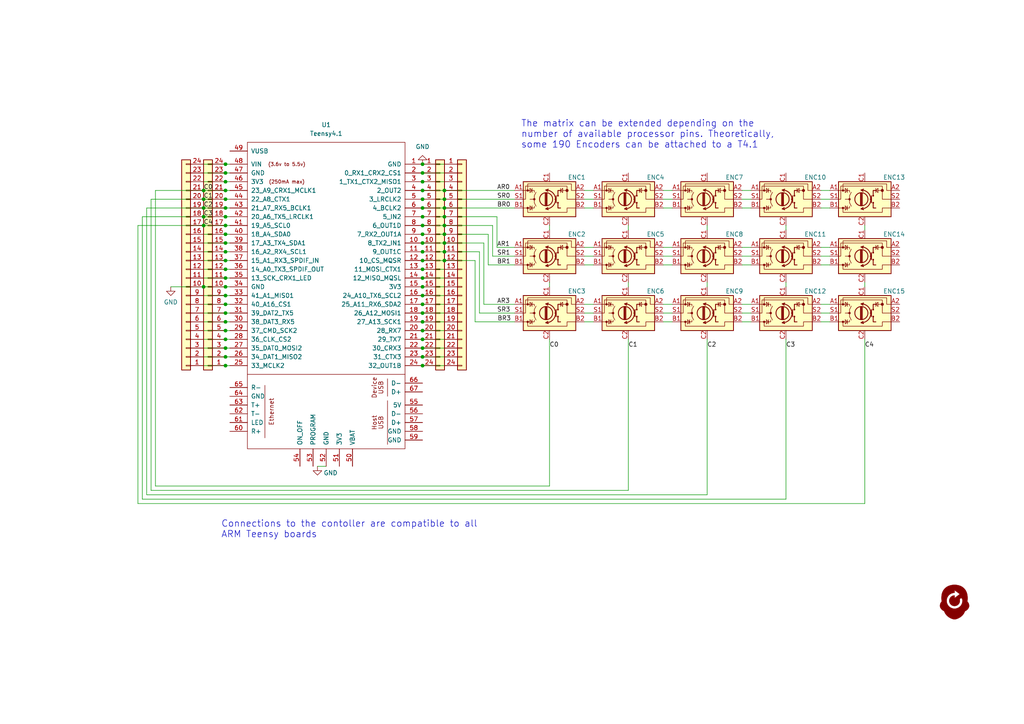
<source format=kicad_sch>
(kicad_sch (version 20211123) (generator eeschema)
  (paper "A4")
  (title_block (title "Encoder Matrix Proto Board") (date "2022-05-23") (rev "1") (company "lunOptics"))
  (lib_symbols
    (symbol "Connector_Generic:Conn_01x24" (pin_names (offset 1.016) hide)
      (property "Reference" "J" (at 0 30.48 0))
      (property "Value" "Conn_01x24" (at 0 -33.02 0))
      (symbol "Conn_01x24_1_1"
        (rectangle (start -1.27 -30.353) (end 0 -30.607) (stroke (width 0.1524)))
        (rectangle (start -1.27 -27.813) (end 0 -28.067) (stroke (width 0.1524)))
        (rectangle (start -1.27 -25.273) (end 0 -25.527) (stroke (width 0.1524)))
        (rectangle (start -1.27 -22.733) (end 0 -22.987) (stroke (width 0.1524)))
        (rectangle (start -1.27 -20.193) (end 0 -20.447) (stroke (width 0.1524)))
        (rectangle (start -1.27 -17.653) (end 0 -17.907) (stroke (width 0.1524)))
        (rectangle (start -1.27 -15.113) (end 0 -15.367) (stroke (width 0.1524)))
        (rectangle (start -1.27 -12.573) (end 0 -12.827) (stroke (width 0.1524)))
        (rectangle (start -1.27 -10.033) (end 0 -10.287) (stroke (width 0.1524)))
        (rectangle (start -1.27 -7.493) (end 0 -7.747) (stroke (width 0.1524)))
        (rectangle (start -1.27 -4.953) (end 0 -5.207) (stroke (width 0.1524)))
        (rectangle (start -1.27 -2.413) (end 0 -2.667) (stroke (width 0.1524)))
        (rectangle (start -1.27 0.127) (end 0 -0.127) (stroke (width 0.1524)))
        (rectangle (start -1.27 2.667) (end 0 2.413) (stroke (width 0.1524)))
        (rectangle (start -1.27 5.207) (end 0 4.953) (stroke (width 0.1524)))
        (rectangle (start -1.27 7.747) (end 0 7.493) (stroke (width 0.1524)))
        (rectangle (start -1.27 10.287) (end 0 10.033) (stroke (width 0.1524)))
        (rectangle (start -1.27 12.827) (end 0 12.573) (stroke (width 0.1524)))
        (rectangle (start -1.27 15.367) (end 0 15.113) (stroke (width 0.1524)))
        (rectangle (start -1.27 17.907) (end 0 17.653) (stroke (width 0.1524)))
        (rectangle (start -1.27 20.447) (end 0 20.193) (stroke (width 0.1524)))
        (rectangle (start -1.27 22.987) (end 0 22.733) (stroke (width 0.1524)))
        (rectangle (start -1.27 25.527) (end 0 25.273) (stroke (width 0.1524)))
        (rectangle (start -1.27 28.067) (end 0 27.813) (stroke (width 0.1524)))
        (rectangle (start -1.27 29.21) (end 1.27 -31.75) (stroke (width 0.254)) (fill (type background)))
        (pin passive line (at -5.08 27.94 0) (length 3.81) (name "Pin_1") (number "1"))
        (pin passive line (at -5.08 5.08 0) (length 3.81) (name "Pin_10") (number "10"))
        (pin passive line (at -5.08 2.54 0) (length 3.81) (name "Pin_11") (number "11"))
        (pin passive line (at -5.08 0 0) (length 3.81) (name "Pin_12") (number "12"))
        (pin passive line (at -5.08 -2.54 0) (length 3.81) (name "Pin_13") (number "13"))
        (pin passive line (at -5.08 -5.08 0) (length 3.81) (name "Pin_14") (number "14"))
        (pin passive line (at -5.08 -7.62 0) (length 3.81) (name "Pin_15") (number "15"))
        (pin passive line (at -5.08 -10.16 0) (length 3.81) (name "Pin_16") (number "16"))
        (pin passive line (at -5.08 -12.7 0) (length 3.81) (name "Pin_17") (number "17"))
        (pin passive line (at -5.08 -15.24 0) (length 3.81) (name "Pin_18") (number "18"))
        (pin passive line (at -5.08 -17.78 0) (length 3.81) (name "Pin_19") (number "19"))
        (pin passive line (at -5.08 25.4 0) (length 3.81) (name "Pin_2") (number "2"))
        (pin passive line (at -5.08 -20.32 0) (length 3.81) (name "Pin_20") (number "20"))
        (pin passive line (at -5.08 -22.86 0) (length 3.81) (name "Pin_21") (number "21"))
        (pin passive line (at -5.08 -25.4 0) (length 3.81) (name "Pin_22") (number "22"))
        (pin passive line (at -5.08 -27.94 0) (length 3.81) (name "Pin_23") (number "23"))
        (pin passive line (at -5.08 -30.48 0) (length 3.81) (name "Pin_24") (number "24"))
        (pin passive line (at -5.08 22.86 0) (length 3.81) (name "Pin_3") (number "3"))
        (pin passive line (at -5.08 20.32 0) (length 3.81) (name "Pin_4") (number "4"))
        (pin passive line (at -5.08 17.78 0) (length 3.81) (name "Pin_5") (number "5"))
        (pin passive line (at -5.08 15.24 0) (length 3.81) (name "Pin_6") (number "6"))
        (pin passive line (at -5.08 12.7 0) (length 3.81) (name "Pin_7") (number "7"))
        (pin passive line (at -5.08 10.16 0) (length 3.81) (name "Pin_8") (number "8"))
        (pin passive line (at -5.08 7.62 0) (length 3.81) (name "Pin_9") (number "9"))
      )
    )
    (symbol "logo:LOGO" (pin_names (offset 1.016))
      (symbol "LOGO_0_0"
        (polyline (pts (xy 0.1079 -4.992) (xy 0.3473 -4.9564) (xy 0.605 -4.8902) (xy 0.8792 -4.7938) (xy 1.1028 -4.6971) (xy 1.4196 -4.5307) (xy 1.7196 -4.3379) (xy 1.9984 -4.1222) (xy 2.252 -3.8868) (xy 2.4761 -3.6351) (xy 2.6665 -3.3704) (xy 2.7132 -3.2925) (xy 2.7723 -3.1842) (xy 2.8321 -3.0662) (xy 2.8874 -2.9493) (xy 2.933 -2.8442) (xy 2.9636 -2.7618) (xy 2.9964 -2.6577) (xy 3.1767 -2.57) (xy 3.242 -2.5366) (xy 3.4668 -2.3966) (xy 3.6703 -2.2293) (xy 3.8493 -2.0387) (xy 4.0002 -1.8288) (xy 4.1195 -1.6038) (xy 4.2039 -1.3677) (xy 4.2109 -1.3328) (xy 4.2193 -1.2568) (xy 4.2249 -1.1632) (xy 4.2265 -1.0648) (xy 4.2124 -0.8437) (xy 4.1629 -0.5958) (xy 4.0777 -0.3637) (xy 3.9567 -0.1469) (xy 3.7996 0.0552) (xy 3.7067 0.1585) (xy 3.7287 0.3186) (xy 3.7344 0.366) (xy 3.7439 0.4609) (xy 3.7539 0.5772) (xy 3.7635 0.7043) (xy 3.7719 0.8319) (xy 3.781 1.0637) (xy 3.7734 1.4699) (xy 3.7357 1.8647) (xy 3.6686 2.244) (xy 3.5727 2.6036) (xy 3.4485 2.9397) (xy 3.3004 3.2447) (xy 3.1142 3.5454) (xy 2.8996 3.8197) (xy 2.6574 4.067) (xy 2.3884 4.287) (xy 2.0932 4.4789) (xy 1.7725 4.6424) (xy 1.4271 4.7769) (xy 1.0577 4.8819) (xy 0.665 4.9568) (xy 0.5513 4.9699) (xy 0.3983 4.9808) (xy 0.225 4.9879) (xy 0.0411 4.9912) (xy -0.1436 4.9907) (xy -0.3195 4.9863) (xy -0.4767 4.9779) (xy -0.6057 4.9654) (xy -0.7987 4.9364) (xy -1.1844 4.8533) (xy -1.5474 4.7401) (xy -1.8868 4.5976) (xy -2.2016 4.4265) (xy -2.491 4.2275) (xy -2.7539 4.0015) (xy -2.9896 3.7491) (xy -3.1971 3.4711) (xy -3.3755 3.1683) (xy -3.5238 2.8414) (xy -3.6412 2.4912) (xy -3.6554 2.4388) (xy -3.7237 2.125) (xy -3.7709 1.7872) (xy -3.7967 1.4331) (xy -3.8005 1.0705) (xy -3.7822 0.7071) (xy -3.7413 0.3507) (xy -3.7412 0.3503) (xy -2.3023 0.3503) (xy -2.2872 0.6427) (xy -2.278 0.7134) (xy -2.2324 0.9447) (xy -2.162 1.1681) (xy -2.0624 1.3976) (xy -2.0421 1.4383) (xy -1.8907 1.6928) (xy -1.7103 1.9232) (xy -1.5034 2.1273) (xy -1.273 2.3029) (xy -1.0218 2.448) (xy -0.7525 2.5604) (xy -0.4678 2.6379) (xy -0.4219 2.6469) (xy -0.3315 2.6622) (xy -0.253 2.6728) (xy -0.1996 2.6768) (xy -0.1932 2.6768) (xy -0.1233 2.6807) (xy -0.0611 2.689) (xy 0 2.7012) (xy 0 3.4586) (xy 0.7571 2.8907) (xy 0.7688 2.8819) (xy 0.9189 2.7691) (xy 1.059 2.6634) (xy 1.186 2.5672) (xy 1.2969 2.4827) (xy 1.3885 2.4124) (xy 1.458 2.3585) (xy 1.5023 2.3234) (xy 1.5182 2.3093) (xy 1.5098 2.301) (xy 1.4739 2.2716) (xy 1.4131 2.2238) (xy 1.3312 2.1603) (xy 1.2318 2.0839) (xy 1.1187 1.9975) (xy 0.9954 1.9037) (xy 0.8657 1.8054) (xy 0.7332 1.7054) (xy 0.6017 1.6064) (xy 0.4749 1.5111) (xy 0.3563 1.4225) (xy 0.2497 1.3433) (xy 0.1588 1.2762) (xy 0.0872 1.224) (xy 0.0387 1.1895) (xy 0.0169 1.1756) (xy 0.0161 1.1756) (xy 0.011 1.197) (xy 0.0066 1.2508) (xy 0.0031 1.3313) (xy 0.0008 1.4327) (xy 0 1.5493) (xy 0 1.9295) (xy -0.0928 1.9214) (xy -0.2211 1.9054) (xy -0.4633 1.8482) (xy -0.6876 1.7584) (xy -0.8915 1.638) (xy -1.0726 1.4887) (xy -1.2283 1.3126) (xy -1.3562 1.1115) (xy -1.4538 0.8873) (xy -1.5122 0.6694) (xy -1.5382 0.4394) (xy -1.5294 0.2136) (xy -1.4879 -0.0051) (xy -1.4159 -0.2137) (xy -1.3155 -0.409) (xy -1.1889 -0.5882) (xy -1.0383 -0.7481) (xy -0.8658 -0.8857) (xy -0.6735 -0.998) (xy -0.4637 -1.082) (xy -0.2385 -1.1346) (xy 0 -1.1528) (xy 0.1284 -1.1474) (xy 0.3594 -1.1099) (xy 0.5774 -1.0392) (xy 0.7797 -0.9382) (xy 0.9639 -0.8099) (xy 1.1273 -0.6573) (xy 1.2672 -0.4834) (xy 1.3812 -0.2911) (xy 1.4667 -0.0834) (xy 1.521 0.1366) (xy 1.5415 0.3661) (xy 1.5257 0.602) (xy 1.5145 0.6984) (xy 1.5135 0.7765) (xy 1.5239 0.8397) (xy 1.5369 0.8764) (xy 1.5844 0.9585) (xy 1.6486 1.0322) (xy 1.7174 1.0826) (xy 1.76 1.1008) (xy 1.8708 1.1221) (xy 1.9811 1.1111) (xy 2.0828 1.0704) (xy 2.1679 1.0027) (xy 2.2284 0.9107) (xy 2.246 0.8636) (xy 2.2747 0.7431) (xy 2.2929 0.5974) (xy 2.3004 0.4349) (xy 2.297 0.2642) (xy 2.2825 0.0936) (xy 2.2565 -0.0684) (xy 2.221 -0.2171) (xy 2.1251 -0.4974) (xy 1.9967 -0.759) (xy 1.838 -0.9999) (xy 1.6512 -1.2177) (xy 1.4388 -1.4104) (xy 1.2029 -1.5758) (xy 0.9457 -1.7115) (xy 0.6696 -1.8156) (xy 0.3769 -1.8856) (xy 0.3651 -1.8876) (xy 0.226 -1.9036) (xy 0.066 -1.9112) (xy -0.1003 -1.9106) (xy -0.258 -1.9016) (xy -0.3923 -1.8844) (xy -0.4607 -1.871) (xy -0.7444 -1.7922) (xy -1.0108 -1.681) (xy -1.2577 -1.5399) (xy -1.4834 -1.3716) (xy -1.6858 -1.1786) (xy -1.863 -0.9636) (xy -2.013 -0.7293) (xy -2.1339 -0.4781) (xy -2.2237 -0.2127) (xy -2.2805 0.0643) (xy -2.3023 0.3503) (xy -3.7412 0.3503) (xy -3.7134 0.1641) (xy -3.8276 0.0411) (xy -3.8705 -0.0076) (xy -3.9976 -0.1894) (xy -4.0992 -0.3986) (xy -4.174 -0.6327) (xy -4.2211 -0.889) (xy -4.2322 -1.0838) (xy -4.2108 -1.3061) (xy -4.1516 -1.5208) (xy -4.0543 -1.7293) (xy -3.9184 -1.9329) (xy -3.8325 -2.0356) (xy -3.6999 -2.171) (xy -3.5531 -2.3002) (xy -3.4007 -2.4164) (xy -3.2512 -2.5126) (xy -3.113 -2.5821) (xy -3.0706 -2.6005) (xy -3.0343 -2.6221) (xy -3.0088 -2.6516) (xy -2.9862 -2.6984) (xy -2.9586 -2.7725) (xy -2.9553 -2.7817) (xy -2.8229 -3.089) (xy -2.655 -3.3823) (xy -2.4532 -3.6598) (xy -2.2189 -3.9199) (xy -1.9536 -4.1609) (xy -1.6591 -4.381) (xy -1.3366 -4.5784) (xy -1.3331 -4.5804) (xy -1.0815 -4.7068) (xy -0.8159 -4.8178) (xy -0.5492 -4.9084) (xy -0.2944 -4.9739) (xy -0.1115 -4.9969) (xy 0.1079 -4.992)) (stroke (width 0.01)) (fill (type outline)))
      )
    )
    (symbol "power:GND" (power) (pin_names (offset 0))
      (property "Value" "GND" (at 0 -3.81 0))
      (symbol "GND_0_1"
        (polyline (pts (xy 0 0) (xy 0 -1.27) (xy 1.27 -1.27) (xy 0 -2.54) (xy -1.27 -1.27) (xy 0 -1.27)))
      )
      (symbol "GND_1_1"
        (pin power_in line (at 0 0 270) (length 0) hide (name "GND") (number "1"))
      )
    )
    (symbol "rotaryencoder_switch_matrix2:RotaryEncoder_Switch_Matrix" (pin_names (offset 0.254) hide)
      (property "Reference" "ENC" (at -2.54 10.16 0))
      (symbol "RotaryEncoder_Switch_Matrix_0_1"
        (rectangle (start -10.16 7.62) (end 5.08 -2.54) (stroke (width 0.254)) (fill (type background)))
        (circle (center -8.8646 0) (radius 0.254) (fill (type outline)))
        (circle (center -8.8646 5.08) (radius 0.254) (fill (type outline)))
        (circle (center -6.9596 2.54) (radius 0.254) (fill (type outline)))
        (arc (start -3.5306 -0.254) (mid -0.7874 2.4765) (end -3.5306 5.207) (stroke (width 0.254)))
        (circle (center -3.5306 2.54) (radius 1.905) (stroke (width 0.254)))
        (circle (center -0.1016 1.524) (radius 0.127) (stroke (width 0.254)))
        (circle (center -0.1016 3.556) (radius 0.127) (stroke (width 0.254)))
        (polyline (pts (xy -10.1346 0) (xy -8.2296 0)))
        (polyline (pts (xy -10.1346 5.08) (xy -8.2296 5.08)))
        (polyline (pts (xy -3.7846 0.762) (xy -3.7846 4.318)) (stroke (width 0.254)))
        (polyline (pts (xy -3.5306 0.762) (xy -3.5306 4.318)) (stroke (width 0.254)))
        (polyline (pts (xy -3.2766 4.318) (xy -3.2766 0.762)) (stroke (width 0.254)))
        (polyline (pts (xy -0.6096 2.54) (xy -0.9906 2.54)) (stroke (width 0.254)))
        (polyline (pts (xy -0.6096 3.556) (xy -0.6096 1.524)) (stroke (width 0.254)))
        (polyline (pts (xy -8.2296 0) (xy -6.9596 0) (xy -6.9596 0.508)))
        (polyline (pts (xy -8.2296 5.08) (xy -6.9596 5.08) (xy -6.9596 4.572)))
        (polyline (pts (xy -2.8956 -0.508) (xy -3.6576 -0.254) (xy -3.0226 0.127)) (stroke (width 0.254)))
        (polyline (pts (xy -2.8956 5.461) (xy -3.6576 5.207) (xy -3.0226 4.826)) (stroke (width 0.254)))
        (polyline (pts (xy 0.6604 0) (xy -0.1016 0) (xy -0.1016 1.524)) (stroke (width 0.254)))
        (polyline (pts (xy 0.6604 5.08) (xy -0.1016 5.08) (xy -0.1016 3.556)) (stroke (width 0.254)))
        (polyline (pts (xy -8.2296 2.54) (xy -6.9596 2.54) (xy -6.9596 1.524) (xy -6.4516 0.508)))
        (polyline (pts (xy -7.4676 2.54) (xy -6.9596 2.54) (xy -6.9596 3.556) (xy -6.4516 4.572)))
        (polyline (pts (xy 0.6604 5.08) (xy 2.54 5.08) (xy 2.54 2.54) (xy 5.08 2.54)))
        (polyline (pts (xy -8.8646 0) (xy -8.8646 -1.27) (xy 2.54 -1.27) (xy 2.54 0) (xy 5.08 0)))
        (polyline (pts (xy -8.8646 5.08) (xy -8.8646 6.985) (xy 3.81 6.985) (xy 3.81 5.08) (xy 5.08 5.08)))
        (polyline (pts (xy 2.54 5.08) (xy 2.54 6.35) (xy -9.4996 6.35) (xy -9.4996 2.54) (xy -10.1346 2.54)))
        (polyline (pts (xy -7.5946 0.635) (xy -7.5946 -0.635) (xy -7.5946 0) (xy -8.2296 -0.635) (xy -7.5946 0) (xy -8.2296 0.635) (xy -8.2296 -0.635)))
        (polyline (pts (xy -7.5946 5.715) (xy -7.5946 4.445) (xy -7.5946 5.08) (xy -8.2296 4.445) (xy -7.5946 5.08) (xy -8.2296 5.715) (xy -8.2296 4.445)))
        (polyline (pts (xy 0.6604 4.445) (xy 0.6604 5.715) (xy 0.6604 5.08) (xy 1.2954 5.715) (xy 0.6604 5.08) (xy 1.2954 4.445) (xy 1.2954 5.715)))
        (circle (center 2.54 5.08) (radius 0.3556) (fill (type outline)))
      )
      (symbol "RotaryEncoder_Switch_Matrix_1_1"
        (pin passive line (at -12.7 5.08 0) (length 2.54) (name "A1") (number "A1"))
        (pin passive line (at 7.62 5.08 180) (length 2.54) (name "A2") (number "A2"))
        (pin passive line (at -12.7 0 0) (length 2.54) (name "B1") (number "B1"))
        (pin passive line (at 7.62 0 180) (length 2.54) (name "B2") (number "B2"))
        (pin passive line (at -2.54 10.16 270) (length 2.54) (name "C1") (number "C1"))
        (pin passive line (at -2.54 -5.08 90) (length 2.54) (name "C2") (number "C2"))
        (pin passive line (at -12.7 2.54 0) (length 2.54) (name "S1") (number "S1"))
        (pin passive line (at 7.62 2.54 180) (length 2.54) (name "S2") (number "S2"))
      )
    )
    (symbol "teensy:Teensy4.1" (pin_names (offset 1.016))
      (property "Reference" "U" (at 0 64.77 0))
      (property "Value" "Teensy4.1" (at 0 62.23 0))
      (symbol "Teensy4.1_0_0"
        (polyline (pts (xy -22.86 -6.35) (xy 22.86 -6.35)))
        (polyline (pts (xy -17.78 -26.67) (xy -17.78 -13.97)))
        (polyline (pts (xy -17.78 -7.62) (xy -17.78 -12.7)))
        (polyline (pts (xy 17.78 -9.525) (xy 17.78 -24.765)))
        (text "(250mA max)" (at 11.43 49.53 0) (effects (font (size 1.016 1.016))))
        (text "(3.6v to 5.5v)" (at 11.43 54.61 0) (effects (font (size 1.016 1.016))))
        (text "Device" (at -13.97 -10.16 900) (effects (font (size 1.27 1.27))))
        (text "Ethernet" (at 15.875 -17.145 900) (effects (font (size 1.27 1.27))))
        (text "Host" (at -13.97 -20.32 900) (effects (font (size 1.27 1.27))))
        (text "USB" (at -15.875 -20.32 900) (effects (font (size 1.27 1.27))))
        (text "USB" (at -15.875 -10.16 900) (effects (font (size 1.27 1.27))))
        (pin bidirectional line (at -27.94 31.75 0) (length 5.08) (name "8_TX2_IN1") (number "10"))
        (pin bidirectional line (at -27.94 29.21 0) (length 5.08) (name "9_OUT1C") (number "11"))
        (pin bidirectional line (at -27.94 26.67 0) (length 5.08) (name "10_CS_MQSR") (number "12"))
        (pin bidirectional line (at -27.94 24.13 0) (length 5.08) (name "11_MOSI_CTX1") (number "13"))
        (pin bidirectional line (at -27.94 21.59 0) (length 5.08) (name "12_MISO_MQSL") (number "14"))
        (pin power_in line (at -27.94 19.05 0) (length 5.08) (name "3V3") (number "15"))
        (pin bidirectional line (at -27.94 16.51 0) (length 5.08) (name "24_A10_TX6_SCL2") (number "16"))
        (pin bidirectional line (at -27.94 13.97 0) (length 5.08) (name "25_A11_RX6_SDA2") (number "17"))
        (pin bidirectional line (at -27.94 11.43 0) (length 5.08) (name "26_A12_MOSI1") (number "18"))
        (pin bidirectional line (at -27.94 8.89 0) (length 5.08) (name "27_A13_SCK1") (number "19"))
        (pin bidirectional line (at -27.94 6.35 0) (length 5.08) (name "28_RX7") (number "20"))
        (pin bidirectional line (at -27.94 3.81 0) (length 5.08) (name "29_TX7") (number "21"))
        (pin bidirectional line (at -27.94 1.27 0) (length 5.08) (name "30_CRX3") (number "22"))
        (pin bidirectional line (at -27.94 -1.27 0) (length 5.08) (name "31_CTX3") (number "23"))
        (pin bidirectional line (at -27.94 -3.81 0) (length 5.08) (name "32_OUT1B") (number "24"))
        (pin bidirectional line (at 27.94 -3.81 180) (length 5.08) (name "33_MCLK2") (number "25"))
        (pin bidirectional line (at 27.94 -1.27 180) (length 5.08) (name "34_DAT1_MISO2") (number "26"))
        (pin bidirectional line (at 27.94 1.27 180) (length 5.08) (name "35_DAT0_MOSI2") (number "27"))
        (pin bidirectional line (at 27.94 3.81 180) (length 5.08) (name "36_CLK_CS2") (number "28"))
        (pin bidirectional line (at 27.94 6.35 180) (length 5.08) (name "37_CMD_SCK2") (number "29"))
        (pin bidirectional line (at 27.94 8.89 180) (length 5.08) (name "38_DAT3_RX5") (number "30"))
        (pin bidirectional line (at 27.94 11.43 180) (length 5.08) (name "39_DAT2_TX5") (number "31"))
        (pin bidirectional line (at 27.94 13.97 180) (length 5.08) (name "40_A16_CS1") (number "32"))
        (pin bidirectional line (at 27.94 16.51 180) (length 5.08) (name "41_A1_MIS01") (number "33"))
        (pin bidirectional line (at 27.94 21.59 180) (length 5.08) (name "13_SCK_CRX1_LED") (number "35"))
        (pin bidirectional line (at 27.94 24.13 180) (length 5.08) (name "14_A0_TX3_SPDIF_OUT") (number "36"))
        (pin bidirectional line (at 27.94 26.67 180) (length 5.08) (name "15_A1_RX3_SPDIF_IN") (number "37"))
        (pin bidirectional line (at 27.94 29.21 180) (length 5.08) (name "16_A2_RX4_SCL1") (number "38"))
        (pin bidirectional line (at 27.94 31.75 180) (length 5.08) (name "17_A3_TX4_SDA1") (number "39"))
        (pin bidirectional line (at 27.94 34.29 180) (length 5.08) (name "18_A4_SDA0") (number "40"))
        (pin bidirectional line (at 27.94 36.83 180) (length 5.08) (name "19_A5_SCL0") (number "41"))
        (pin bidirectional line (at 27.94 39.37 180) (length 5.08) (name "20_A6_TX5_LRCLK1") (number "42"))
        (pin bidirectional line (at 27.94 41.91 180) (length 5.08) (name "21_A7_RX5_BCLK1") (number "43"))
        (pin bidirectional line (at 27.94 44.45 180) (length 5.08) (name "22_A8_CTX1") (number "44"))
        (pin bidirectional line (at 27.94 46.99 180) (length 5.08) (name "23_A9_CRX1_MCLK1") (number "45"))
        (pin power_in line (at 27.94 49.53 180) (length 5.08) (name "3V3") (number "46"))
        (pin power_in line (at 27.94 52.07 180) (length 5.08) (name "GND") (number "47"))
        (pin power_in line (at 27.94 54.61 180) (length 5.08) (name "VIN") (number "48"))
        (pin power_out line (at 27.94 58.42 180) (length 5.08) (name "VUSB") (number "49"))
        (pin bidirectional line (at -27.94 44.45 0) (length 5.08) (name "3_LRCLK2") (number "5"))
        (pin power_in line (at -7.62 -33.02 90) (length 5.08) (name "VBAT") (number "50"))
        (pin power_in line (at -3.81 -33.02 90) (length 5.08) (name "3V3") (number "51"))
        (pin power_out line (at 0 -33.02 90) (length 5.08) (name "GND") (number "52"))
        (pin input line (at 3.81 -33.02 90) (length 5.08) (name "PROGRAM") (number "53"))
        (pin input line (at 7.62 -33.02 90) (length 5.08) (name "ON_OFF") (number "54"))
        (pin power_out line (at -27.94 -15.24 0) (length 5.08) (name "5V") (number "55"))
        (pin bidirectional line (at -27.94 -17.78 0) (length 5.08) (name "D-") (number "56"))
        (pin bidirectional line (at -27.94 -20.32 0) (length 5.08) (name "D+") (number "57"))
        (pin power_in line (at -27.94 -22.86 0) (length 5.08) (name "GND") (number "58"))
        (pin power_in line (at -27.94 -25.4 0) (length 5.08) (name "GND") (number "59"))
        (pin bidirectional line (at -27.94 41.91 0) (length 5.08) (name "4_BCLK2") (number "6"))
        (pin bidirectional line (at 27.94 -22.86 180) (length 5.08) (name "R+") (number "60"))
        (pin bidirectional line (at 27.94 -20.32 180) (length 5.08) (name "LED") (number "61"))
        (pin bidirectional line (at 27.94 -17.78 180) (length 5.08) (name "T-") (number "62"))
        (pin bidirectional line (at 27.94 -15.24 180) (length 5.08) (name "T+") (number "63"))
        (pin power_in line (at 27.94 -12.7 180) (length 5.08) (name "GND") (number "64"))
        (pin bidirectional line (at 27.94 -10.16 180) (length 5.08) (name "R-") (number "65"))
        (pin bidirectional line (at -27.94 -8.89 0) (length 5.08) (name "D-") (number "66"))
        (pin bidirectional line (at -27.94 -11.43 0) (length 5.08) (name "D+") (number "67"))
        (pin bidirectional line (at -27.94 39.37 0) (length 5.08) (name "5_IN2") (number "7"))
        (pin bidirectional line (at -27.94 36.83 0) (length 5.08) (name "6_OUT1D") (number "8"))
        (pin bidirectional line (at -27.94 34.29 0) (length 5.08) (name "7_RX2_OUT1A") (number "9"))
      )
      (symbol "Teensy4.1_0_1"
        (rectangle (start -22.86 60.96) (end 22.86 -27.94))
        (rectangle (start -20.32 -1.27) (end -20.32 -1.27))
      )
      (symbol "Teensy4.1_1_1"
        (pin power_in line (at -27.94 54.61 0) (length 5.08) (name "GND") (number "1"))
        (pin bidirectional line (at -27.94 52.07 0) (length 5.08) (name "0_RX1_CRX2_CS1") (number "2"))
        (pin bidirectional line (at -27.94 49.53 0) (length 5.08) (name "1_TX1_CTX2_MISO1") (number "3"))
        (pin power_in line (at 27.94 19.05 180) (length 5.08) (name "GND") (number "34"))
        (pin bidirectional line (at -27.94 46.99 0) (length 5.08) (name "2_OUT2") (number "4"))
      )
    )
  )
  (junction (at 65.405 62.865))
  (junction (at 59.055 62.865))
  (junction (at 65.405 80.645))
  (junction (at 122.555 73.025))
  (junction (at 65.405 73.025))
  (junction (at 65.405 65.405))
  (junction (at 65.405 75.565))
  (junction (at 122.555 60.325))
  (junction (at 65.405 83.185))
  (junction (at 122.555 95.885))
  (junction (at 122.555 70.485))
  (junction (at 65.405 98.425))
  (junction (at 65.405 67.945))
  (junction (at 65.405 78.105))
  (junction (at 128.905 55.245))
  (junction (at 128.905 73.025))
  (junction (at 65.405 52.705))
  (junction (at 128.905 62.865))
  (junction (at 59.055 65.405))
  (junction (at 122.555 106.045))
  (junction (at 65.405 95.885))
  (junction (at 122.555 62.865))
  (junction (at 59.055 83.185))
  (junction (at 65.405 103.505))
  (junction (at 122.555 98.425))
  (junction (at 122.555 103.505))
  (junction (at 122.555 80.645))
  (junction (at 65.405 55.245))
  (junction (at 128.905 65.405))
  (junction (at 122.555 52.705))
  (junction (at 59.055 57.785))
  (junction (at 128.905 75.565))
  (junction (at 128.905 67.945))
  (junction (at 122.555 65.405))
  (junction (at 59.055 55.245))
  (junction (at 128.905 70.485))
  (junction (at 59.055 60.325))
  (junction (at 65.405 88.265))
  (junction (at 122.555 78.105))
  (junction (at 65.405 85.725))
  (junction (at 122.555 57.785))
  (junction (at 122.555 67.945))
  (junction (at 122.555 50.165))
  (junction (at 65.405 90.805))
  (junction (at 65.405 93.345))
  (junction (at 122.555 90.805))
  (junction (at 65.405 47.625))
  (junction (at 65.405 57.785))
  (junction (at 122.555 83.185))
  (junction (at 65.405 70.485))
  (junction (at 122.555 93.345))
  (junction (at 128.905 57.785))
  (junction (at 122.555 85.725))
  (junction (at 65.405 106.045))
  (junction (at 122.555 47.625))
  (junction (at 128.905 60.325))
  (junction (at 65.405 50.165))
  (junction (at 122.555 100.965))
  (junction (at 122.555 88.265))
  (junction (at 65.405 100.965))
  (junction (at 65.405 60.325))
  (junction (at 122.555 55.245))
  (junction (at 122.555 75.565))
  (wire (pts (xy 42.545 143.51) (xy 205.105 143.51)))
  (wire (pts (xy 172.085 88.265) (xy 169.545 88.265)))
  (wire (pts (xy 43.815 142.24) (xy 182.245 142.24)))
  (wire (pts (xy 240.665 76.835) (xy 238.125 76.835)))
  (wire (pts (xy 59.055 70.485) (xy 65.405 70.485)))
  (wire (pts (xy 215.265 74.295) (xy 217.805 74.295)))
  (wire (pts (xy 128.905 65.405) (xy 142.875 65.405)))
  (wire (pts (xy 217.805 60.325) (xy 215.265 60.325)))
  (wire (pts (xy 240.665 55.245) (xy 238.125 55.245)))
  (wire (pts (xy 59.055 95.885) (xy 65.405 95.885)))
  (wire (pts (xy 41.275 144.78) (xy 227.965 144.78)))
  (wire (pts (xy 137.795 93.345) (xy 137.795 75.565)))
  (wire (pts (xy 159.385 83.185) (xy 159.385 81.915)))
  (wire (pts (xy 65.405 62.865) (xy 66.675 62.865)))
  (wire (pts (xy 59.055 47.625) (xy 65.405 47.625)))
  (wire (pts (xy 65.405 98.425) (xy 66.675 98.425)))
  (wire (pts (xy 227.965 66.675) (xy 227.965 65.405)))
  (wire (pts (xy 59.055 98.425) (xy 65.405 98.425)))
  (wire (pts (xy 128.905 47.625) (xy 122.555 47.625)))
  (wire (pts (xy 128.905 70.485) (xy 140.335 70.485)))
  (wire (pts (xy 172.085 71.755) (xy 169.545 71.755)))
  (wire (pts (xy 59.055 78.105) (xy 65.405 78.105)))
  (wire (pts (xy 128.905 98.425) (xy 122.555 98.425)))
  (wire (pts (xy 59.055 60.325) (xy 65.405 60.325)))
  (wire (pts (xy 65.405 52.705) (xy 66.675 52.705)))
  (wire (pts (xy 59.055 57.785) (xy 65.405 57.785)))
  (wire (pts (xy 65.405 78.105) (xy 66.675 78.105)))
  (wire (pts (xy 240.665 90.805) (xy 238.125 90.805)))
  (wire (pts (xy 217.805 55.245) (xy 215.265 55.245)))
  (wire (pts (xy 139.065 90.805) (xy 149.225 90.805)))
  (wire (pts (xy 65.405 85.725) (xy 66.675 85.725)))
  (wire (pts (xy 59.055 67.945) (xy 65.405 67.945)))
  (wire (pts (xy 65.405 57.785) (xy 66.675 57.785)))
  (wire (pts (xy 159.385 140.97) (xy 159.385 98.425)))
  (wire (pts (xy 205.105 66.675) (xy 205.105 65.405)))
  (wire (pts (xy 128.905 88.265) (xy 122.555 88.265)))
  (wire (pts (xy 65.405 75.565) (xy 66.675 75.565)))
  (wire (pts (xy 250.825 66.675) (xy 250.825 65.405)))
  (wire (pts (xy 128.905 62.865) (xy 144.145 62.865)))
  (wire (pts (xy 215.265 76.835) (xy 217.805 76.835)))
  (wire (pts (xy 65.405 47.625) (xy 66.675 47.625)))
  (wire (pts (xy 65.405 83.185) (xy 66.675 83.185)))
  (wire (pts (xy 59.055 52.705) (xy 65.405 52.705)))
  (wire (pts (xy 172.085 93.345) (xy 169.545 93.345)))
  (wire (pts (xy 59.055 88.265) (xy 65.405 88.265)))
  (wire (pts (xy 65.405 93.345) (xy 66.675 93.345)))
  (wire (pts (xy 128.905 93.345) (xy 122.555 93.345)))
  (wire (pts (xy 205.105 143.51) (xy 205.105 98.425)))
  (wire (pts (xy 144.145 62.865) (xy 144.145 71.755)))
  (wire (pts (xy 194.945 71.755) (xy 192.405 71.755)))
  (wire (pts (xy 65.405 95.885) (xy 66.675 95.885)))
  (wire (pts (xy 182.245 83.185) (xy 182.245 81.915)))
  (wire (pts (xy 59.055 83.185) (xy 49.53 83.185)))
  (wire (pts (xy 40.005 146.05) (xy 250.825 146.05)))
  (wire (pts (xy 240.665 60.325) (xy 238.125 60.325)))
  (wire (pts (xy 128.905 70.485) (xy 122.555 70.485)))
  (wire (pts (xy 128.905 85.725) (xy 122.555 85.725)))
  (wire (pts (xy 59.055 93.345) (xy 65.405 93.345)))
  (wire (pts (xy 65.405 70.485) (xy 66.675 70.485)))
  (wire (pts (xy 128.905 90.805) (xy 122.555 90.805)))
  (wire (pts (xy 122.555 60.325) (xy 128.905 60.325)))
  (wire (pts (xy 59.055 85.725) (xy 65.405 85.725)))
  (wire (pts (xy 217.805 90.805) (xy 215.265 90.805)))
  (wire (pts (xy 59.055 62.865) (xy 65.405 62.865)))
  (wire (pts (xy 250.825 83.185) (xy 250.825 81.915)))
  (wire (pts (xy 65.405 50.165) (xy 66.675 50.165)))
  (wire (pts (xy 59.055 75.565) (xy 65.405 75.565)))
  (wire (pts (xy 217.805 57.785) (xy 215.265 57.785)))
  (wire (pts (xy 194.945 74.295) (xy 192.405 74.295)))
  (wire (pts (xy 43.815 57.785) (xy 43.815 142.24)))
  (wire (pts (xy 128.905 67.945) (xy 122.555 67.945)))
  (wire (pts (xy 240.665 74.295) (xy 238.125 74.295)))
  (wire (pts (xy 94.615 135.255) (xy 92.075 135.255)))
  (wire (pts (xy 172.085 90.805) (xy 169.545 90.805)))
  (wire (pts (xy 250.825 98.425) (xy 250.825 146.05)))
  (wire (pts (xy 217.805 88.265) (xy 215.265 88.265)))
  (wire (pts (xy 159.385 66.675) (xy 159.385 65.405)))
  (wire (pts (xy 45.085 55.245) (xy 59.055 55.245)))
  (wire (pts (xy 128.905 103.505) (xy 122.555 103.505)))
  (wire (pts (xy 194.945 88.265) (xy 192.405 88.265)))
  (wire (pts (xy 240.665 71.755) (xy 238.125 71.755)))
  (wire (pts (xy 128.905 50.165) (xy 122.555 50.165)))
  (wire (pts (xy 65.405 73.025) (xy 66.675 73.025)))
  (wire (pts (xy 45.085 55.245) (xy 45.085 140.97)))
  (wire (pts (xy 194.945 90.805) (xy 192.405 90.805)))
  (wire (pts (xy 42.545 60.325) (xy 59.055 60.325)))
  (wire (pts (xy 128.905 73.025) (xy 139.065 73.025)))
  (wire (pts (xy 59.055 65.405) (xy 65.405 65.405)))
  (wire (pts (xy 59.055 50.165) (xy 65.405 50.165)))
  (wire (pts (xy 45.085 140.97) (xy 159.385 140.97)))
  (wire (pts (xy 65.405 100.965) (xy 66.675 100.965)))
  (wire (pts (xy 59.055 73.025) (xy 65.405 73.025)))
  (wire (pts (xy 182.245 66.675) (xy 182.245 65.405)))
  (wire (pts (xy 194.945 93.345) (xy 192.405 93.345)))
  (wire (pts (xy 128.905 106.045) (xy 122.555 106.045)))
  (wire (pts (xy 227.965 83.185) (xy 227.965 81.915)))
  (wire (pts (xy 59.055 106.045) (xy 65.405 106.045)))
  (wire (pts (xy 65.405 55.245) (xy 66.675 55.245)))
  (wire (pts (xy 144.145 71.755) (xy 149.225 71.755)))
  (wire (pts (xy 128.905 52.705) (xy 122.555 52.705)))
  (wire (pts (xy 128.905 73.025) (xy 122.555 73.025)))
  (wire (pts (xy 142.875 74.295) (xy 149.225 74.295)))
  (wire (pts (xy 128.905 95.885) (xy 122.555 95.885)))
  (wire (pts (xy 40.005 65.405) (xy 59.055 65.405)))
  (wire (pts (xy 41.275 62.865) (xy 41.275 144.78)))
  (wire (pts (xy 215.265 71.755) (xy 217.805 71.755)))
  (wire (pts (xy 128.905 83.185) (xy 122.555 83.185)))
  (wire (pts (xy 65.405 88.265) (xy 66.675 88.265)))
  (wire (pts (xy 128.905 62.865) (xy 122.555 62.865)))
  (wire (pts (xy 128.905 67.945) (xy 141.605 67.945)))
  (wire (pts (xy 240.665 88.265) (xy 238.125 88.265)))
  (wire (pts (xy 65.405 67.945) (xy 66.675 67.945)))
  (wire (pts (xy 65.405 65.405) (xy 66.675 65.405)))
  (wire (pts (xy 59.055 90.805) (xy 65.405 90.805)))
  (wire (pts (xy 59.055 103.505) (xy 65.405 103.505)))
  (wire (pts (xy 128.905 55.245) (xy 122.555 55.245)))
  (wire (pts (xy 128.905 100.965) (xy 122.555 100.965)))
  (wire (pts (xy 137.795 93.345) (xy 149.225 93.345)))
  (wire (pts (xy 128.905 78.105) (xy 122.555 78.105)))
  (wire (pts (xy 65.405 103.505) (xy 66.675 103.505)))
  (wire (pts (xy 142.875 74.295) (xy 142.875 65.405)))
  (wire (pts (xy 65.405 90.805) (xy 66.675 90.805)))
  (wire (pts (xy 128.905 75.565) (xy 122.555 75.565)))
  (wire (pts (xy 59.055 80.645) (xy 65.405 80.645)))
  (wire (pts (xy 141.605 76.835) (xy 149.225 76.835)))
  (wire (pts (xy 59.055 55.245) (xy 65.405 55.245)))
  (wire (pts (xy 41.275 62.865) (xy 59.055 62.865)))
  (wire (pts (xy 172.085 55.245) (xy 169.545 55.245)))
  (wire (pts (xy 227.965 98.425) (xy 227.965 144.78)))
  (wire (pts (xy 172.085 57.785) (xy 169.545 57.785)))
  (wire (pts (xy 194.945 76.835) (xy 192.405 76.835)))
  (wire (pts (xy 65.405 83.185) (xy 59.055 83.185)))
  (wire (pts (xy 140.335 70.485) (xy 140.335 88.265)))
  (wire (pts (xy 141.605 76.835) (xy 141.605 67.945)))
  (wire (pts (xy 240.665 93.345) (xy 238.125 93.345)))
  (wire (pts (xy 128.905 75.565) (xy 137.795 75.565)))
  (wire (pts (xy 128.905 65.405) (xy 122.555 65.405)))
  (wire (pts (xy 140.335 88.265) (xy 149.225 88.265)))
  (wire (pts (xy 172.085 60.325) (xy 169.545 60.325)))
  (wire (pts (xy 240.665 57.785) (xy 238.125 57.785)))
  (wire (pts (xy 42.545 143.51) (xy 42.545 60.325)))
  (wire (pts (xy 139.065 90.805) (xy 139.065 73.025)))
  (wire (pts (xy 128.905 57.785) (xy 122.555 57.785)))
  (wire (pts (xy 217.805 93.345) (xy 215.265 93.345)))
  (wire (pts (xy 59.055 100.965) (xy 65.405 100.965)))
  (wire (pts (xy 128.905 60.325) (xy 149.225 60.325)))
  (wire (pts (xy 192.405 57.785) (xy 194.945 57.785)))
  (wire (pts (xy 172.085 76.835) (xy 169.545 76.835)))
  (wire (pts (xy 205.105 83.185) (xy 205.105 81.915)))
  (wire (pts (xy 40.005 65.405) (xy 40.005 146.05)))
  (wire (pts (xy 128.905 55.245) (xy 149.225 55.245)))
  (wire (pts (xy 43.815 57.785) (xy 59.055 57.785)))
  (wire (pts (xy 65.405 60.325) (xy 66.675 60.325)))
  (wire (pts (xy 172.085 74.295) (xy 169.545 74.295)))
  (wire (pts (xy 65.405 106.045) (xy 66.675 106.045)))
  (wire (pts (xy 128.905 80.645) (xy 122.555 80.645)))
  (wire (pts (xy 182.245 98.425) (xy 182.245 142.24)))
  (wire (pts (xy 192.405 55.245) (xy 194.945 55.245)))
  (wire (pts (xy 65.405 80.645) (xy 66.675 80.645)))
  (wire (pts (xy 192.405 60.325) (xy 194.945 60.325)))
  (wire (pts (xy 128.905 57.785) (xy 149.225 57.785)))
  (text "Connections to the contoller are compatible to all \nARM Teensy boards" (at 64.135 156.21 0) (effects (font (size 1.905 1.905)) (justify left bottom)))
  (text "The matrix can be extended depending on the \nnumber of available processor pins. Theoretically, \nsome 190 Encoders can be attached to a T4.1" (at 151.13 43.18 0) (effects (font (size 1.905 1.905)) (justify left bottom)))
  (label "C0" (at 59.055 55.245 0))
  (label "C1" (at 182.245 100.965 0))
  (label "C0" (at 159.385 100.965 0))
  (label "C2" (at 59.055 60.325 0))
  (label "AR3" (at 144.145 88.265 0))
  (label "AR0" (at 144.145 55.245 0))
  (label "SR3" (at 144.145 90.805 0))
  (label "SR1" (at 144.145 74.295 0))
  (label "C4" (at 250.825 100.965 0))
  (label "C2" (at 205.105 100.965 0))
  (label "C4" (at 59.055 65.405 0))
  (label "C3" (at 227.965 100.965 0))
  (label "BR0" (at 144.145 60.325 0))
  (label "C1" (at 59.055 57.785 0))
  (label "BR1" (at 144.145 76.835 0))
  (label "BR3" (at 144.272 93.345 0))
  (label "C3" (at 59.055 62.865 0))
  (label "SR0" (at 144.145 57.785 0))
  (label "AR1" (at 144.145 71.755 0))
  (symbol (lib_id "rotaryencoder_switch_matrix2:RotaryEncoder_Switch_Matrix") (at 230.505 60.325 0) (unit 1)
    (property "Reference" "ENC10" (at 233.2737 51.435 0) (effects (justify left)))
    (property "Value" "RotaryEncoder_Switch_Matrix" (effects hide))
    (property "Footprint" "Encoder:MatrixEncoder EC11" (effects hide))
  )
  (symbol (lib_id "power:GND") (at 92.075 135.255 0) (unit 1)
    (property "Reference" "#PWR02" (effects hide))
    (property "Value" "GND" (at 95.885 137.16 0))
  )
  (symbol (lib_id "rotaryencoder_switch_matrix2:RotaryEncoder_Switch_Matrix") (at 207.645 60.325 0) (unit 1)
    (property "Reference" "ENC7" (at 210.4137 51.435 0) (effects (justify left)))
    (property "Value" "RotaryEncoder_Switch_Matrix" (effects hide))
    (property "Footprint" "Encoder:MatrixEncoder EC11" (effects hide))
  )
  (symbol (lib_id "Connector_Generic:Conn_01x24") (at 127.635 75.565 0) (unit 1)
    (property "Reference" "J3" (effects hide))
    (property "Value" "Conn_01x24" (effects hide))
    (property "Footprint" "footprints:PinHeader_1x24_P2.54mm_Vertical" (effects hide))
  )
  (symbol (lib_id "Connector_Generic:Conn_01x24") (at 53.975 78.105 180) (unit 1)
    (property "Reference" "J1" (effects hide))
    (property "Value" "Conn_01x24" (effects hide))
    (property "Footprint" "footprints:PinHeader_1x24_P2.54mm_Vertical" (effects hide))
  )
  (symbol (lib_id "rotaryencoder_switch_matrix2:RotaryEncoder_Switch_Matrix") (at 161.925 60.325 0) (unit 1)
    (property "Reference" "ENC1" (at 164.6937 51.435 0) (effects (justify left)))
    (property "Value" "RotaryEncoder_Switch_Matrix" (effects hide))
    (property "Footprint" "Encoder:MatrixEncoder EC11" (effects hide))
  )
  (symbol (lib_id "rotaryencoder_switch_matrix2:RotaryEncoder_Switch_Matrix") (at 161.925 76.835 0) (unit 1)
    (property "Reference" "ENC2" (at 164.6937 67.945 0) (effects (justify left)))
    (property "Value" "RotaryEncoder_Switch_Matrix" (effects hide))
    (property "Footprint" "Encoder:MatrixEncoder EC11" (effects hide))
  )
  (symbol (lib_id "rotaryencoder_switch_matrix2:RotaryEncoder_Switch_Matrix") (at 161.925 93.345 0) (unit 1)
    (property "Reference" "ENC3" (at 164.6937 84.455 0) (effects (justify left)))
    (property "Value" "RotaryEncoder_Switch_Matrix" (effects hide))
    (property "Footprint" "Encoder:MatrixEncoder EC11" (effects hide))
  )
  (symbol (lib_id "rotaryencoder_switch_matrix2:RotaryEncoder_Switch_Matrix") (at 184.785 76.835 0) (unit 1)
    (property "Reference" "ENC5" (at 187.5537 67.945 0) (effects (justify left)))
    (property "Value" "RotaryEncoder_Switch_Matrix" (effects hide))
    (property "Footprint" "Encoder:MatrixEncoder EC11" (effects hide))
  )
  (symbol (lib_id "Connector_Generic:Conn_01x24") (at 60.325 78.105 180) (unit 1)
    (property "Reference" "J2" (effects hide))
    (property "Value" "Conn_01x24" (effects hide))
    (property "Footprint" "footprints:PinHeader_1x24_P2.54mm_Vertical" (effects hide))
  )
  (symbol (lib_id "power:GND") (at 122.555 47.625 180) (unit 1)
    (property "Reference" "#PWR03" (effects hide))
    (property "Value" "GND" (at 122.555 42.545 0))
  )
  (symbol (lib_id "rotaryencoder_switch_matrix2:RotaryEncoder_Switch_Matrix") (at 184.785 60.325 0) (unit 1)
    (property "Reference" "ENC4" (at 187.5537 51.435 0) (effects (justify left)))
    (property "Value" "RotaryEncoder_Switch_Matrix" (effects hide))
    (property "Footprint" "Encoder:MatrixEncoder EC11" (effects hide))
  )
  (symbol (lib_id "Connector_Generic:Conn_01x24") (at 133.985 75.565 0) (unit 1)
    (property "Reference" "J4" (effects hide))
    (property "Value" "Conn_01x24" (effects hide))
    (property "Footprint" "footprints:PinHeader_1x24_P2.54mm_Vertical" (effects hide))
  )
  (symbol (lib_id "rotaryencoder_switch_matrix2:RotaryEncoder_Switch_Matrix") (at 253.365 93.345 0) (unit 1)
    (property "Reference" "ENC15" (at 256.1337 84.455 0) (effects (justify left)))
    (property "Value" "RotaryEncoder_Switch_Matrix" (effects hide))
    (property "Footprint" "Encoder:MatrixEncoder EC11" (effects hide))
  )
  (symbol (lib_id "rotaryencoder_switch_matrix2:RotaryEncoder_Switch_Matrix") (at 184.785 93.345 0) (unit 1)
    (property "Reference" "ENC6" (at 187.5537 84.455 0) (effects (justify left)))
    (property "Value" "RotaryEncoder_Switch_Matrix" (effects hide))
    (property "Footprint" "Encoder:MatrixEncoder EC11" (effects hide))
  )
  (symbol (lib_id "rotaryencoder_switch_matrix2:RotaryEncoder_Switch_Matrix") (at 230.505 76.835 0) (unit 1)
    (property "Reference" "ENC11" (at 233.2737 67.945 0) (effects (justify left)))
    (property "Value" "RotaryEncoder_Switch_Matrix" (effects hide))
    (property "Footprint" "Encoder:MatrixEncoder EC11" (effects hide))
  )
  (symbol (lib_id "logo:LOGO") (at 276.86 174.625 0) (unit 1)
    (property "Reference" "#G1" (effects hide))
    (property "Value" "LOGO" (effects hide))
  )
  (symbol (lib_id "rotaryencoder_switch_matrix2:RotaryEncoder_Switch_Matrix") (at 207.645 76.835 0) (unit 1)
    (property "Reference" "ENC8" (at 210.4137 67.945 0) (effects (justify left)))
    (property "Value" "RotaryEncoder_Switch_Matrix" (effects hide))
    (property "Footprint" "Encoder:MatrixEncoder EC11" (effects hide))
  )
  (symbol (lib_id "rotaryencoder_switch_matrix2:RotaryEncoder_Switch_Matrix") (at 253.365 60.325 0) (unit 1)
    (property "Reference" "ENC13" (at 256.1337 51.435 0) (effects (justify left)))
    (property "Value" "RotaryEncoder_Switch_Matrix" (effects hide))
    (property "Footprint" "Encoder:MatrixEncoder EC11" (effects hide))
  )
  (symbol (lib_id "rotaryencoder_switch_matrix2:RotaryEncoder_Switch_Matrix") (at 230.505 93.345 0) (unit 1)
    (property "Reference" "ENC12" (at 233.2737 84.455 0) (effects (justify left)))
    (property "Value" "RotaryEncoder_Switch_Matrix" (effects hide))
    (property "Footprint" "Encoder:MatrixEncoder EC11" (effects hide))
  )
  (symbol (lib_id "rotaryencoder_switch_matrix2:RotaryEncoder_Switch_Matrix") (at 253.365 76.835 0) (unit 1)
    (property "Reference" "ENC14" (at 256.1337 67.945 0) (effects (justify left)))
    (property "Value" "RotaryEncoder_Switch_Matrix" (effects hide))
    (property "Footprint" "Encoder:MatrixEncoder EC11" (effects hide))
  )
  (symbol (lib_id "power:GND") (at 49.53 83.185 0) (unit 1)
    (property "Reference" "#PWR01" (effects hide))
    (property "Value" "GND" (at 49.53 87.63 0))
  )
  (symbol (lib_id "rotaryencoder_switch_matrix2:RotaryEncoder_Switch_Matrix") (at 207.645 93.345 0) (unit 1)
    (property "Reference" "ENC9" (at 210.4137 84.455 0) (effects (justify left)))
    (property "Value" "RotaryEncoder_Switch_Matrix" (effects hide))
    (property "Footprint" "Encoder:MatrixEncoder EC11" (effects hide))
  )
  (symbol (lib_id "teensy:Teensy4.1") (at 94.615 102.235 0) (mirror y) (unit 1)
    (property "Reference" "U1" (at 94.615 36.195 0))
    (property "Value" "Teensy4.1" (at 94.615 38.735 0))
    (property "Footprint" "teensy:Teensy41" (effects hide))
  )
)
</source>
